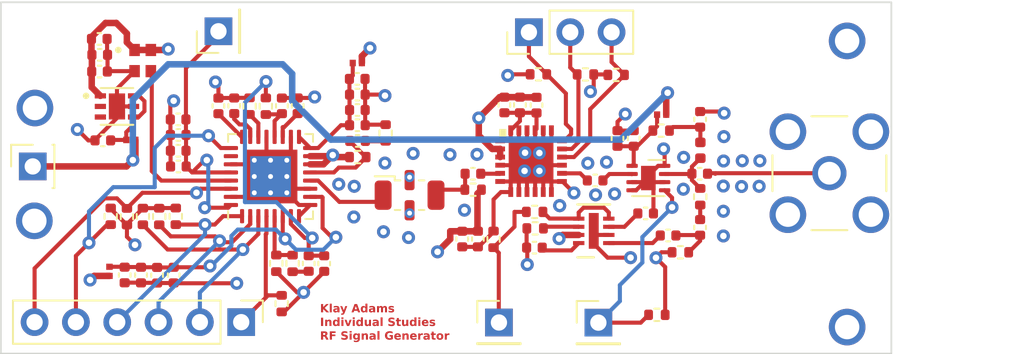
<source format=kicad_pcb>
(kicad_pcb (version 20221018) (generator pcbnew)
  (layers (0 "F.Cu" signal) (1 "In1.Cu" power) (2 "In2.Cu" power) (31 "B.Cu" signal) (34 "B.Paste" user) (35 "F.Paste" user) (36 "B.SilkS" user "B.Silkscreen") (37 "F.SilkS" user "F.Silkscreen") (38 "B.Mask" user) (39 "F.Mask" user) (44 "Edge.Cuts" user))
  (net 0 "")
  (net 1 "Net-(U1-CLPF)")
  (net 2 "GND")
  (net 3 "PWR_DETECT")
  (net 4 "Net-(U1-INHI)")
  (net 5 "Net-(U1-INLO)")
  (net 6 "3V3")
  (net 7 "Net-(U2-NOISE_FILT)")
  (net 8 "Net-(U2-REG)")
  (net 9 "Net-(U2-BIAS_FILT)")
  (net 10 "Net-(C10-Pad1)")
  (net 11 "CP_OUT")
  (net 12 "TUNE")
  (net 13 "Net-(U5-EN)")
  (net 15 "MCU3V3")
  (net 17 "VCC_RF")
  (net 18 "VCC_CP")
  (net 19 "FILTOUT")
  (net 20 "Net-(IC1-RFIN)")
  (net 21 "Net-(U4-VCC)")
  (net 22 "Net-(C34-Pad1)")
  (net 23 "Net-(C36-Pad1)")
  (net 24 "Net-(J1-In)")
  (net 25 "Net-(U4-RFOUT)")
  (net 26 "Net-(IC1-RFOUT)")
  (net 27 "ATTENOUT")
  (net 28 "Net-(C40-Pad1)")
  (net 29 "RFOUTA_NEG")
  (net 30 "RFOUTA_POS")
  (net 31 "SIGNAL_PWR")
  (net 32 "AMP_PWRDWN")
  (net 33 "ATTENDATA")
  (net 34 "ATTENCLK")
  (net 35 "ATTENLE")
  (net 36 "MAXLE")
  (net 37 "MAXMUX")
  (net 38 "MAXLD")
  (net 39 "MAXDATA")
  (net 40 "MAXCLK")
  (net 41 "5V")
  (net 42 "Net-(U2-RSET)")
  (net 43 "MAXCE")
  (net 44 "SW")
  (net 45 "Net-(U1-VOUT)")
  (net 46 "Net-(U1-TADJ)")
  (net 47 "RFOUT_EN")
  (net 48 "MAXCLKREF")
  (footprint "Capacitor_SMD:C_0402_1005Metric" (layer "F.Cu") (at 160.566751 83.836556 -90)
    (fp_text reference "C8" hide)
    (fp_text value "1u" hide)
  )
  (footprint "Connector_PinHeader_2.54mm:PinHeader_1x03_P2.54mm_Vertical" (layer "F.Cu") (at 179.651368 79.307068 90)
    (fp_text reference "J6" hide)
    (fp_text value "Conn_01x03_Socket" hide)
  )
  (footprint "Connector_PinHeader_2.54mm:PinHeader_1x01_P2.54mm_Vertical" (layer "F.Cu") (at 183.920628 97.160141)
    (fp_text reference "J7" hide)
    (fp_text value "Conn_01x01_Socket" hide)
  )
  (footprint "Package_DFN_QFN:DFN-8-1EP_2x2mm_P0.5mm_EP0.9x1.5mm" (layer "F.Cu") (at 186.992619 88.272074)
    (fp_text reference "U4" hide)
    (fp_text value "TRF37A75" hide)
  )
  (footprint "Resistor_SMD:R_0402_1005Metric" (layer "F.Cu") (at 177.477321 92.04003 90)
    (fp_text reference "R23" hide)
    (fp_text value "10K" hide)
  )
  (footprint "Resistor_SMD:R_0402_1005Metric" (layer "F.Cu") (at 176.222609 88.987254 180)
    (fp_text reference "R12" hide)
    (fp_text value "50" hide)
  )
  (footprint "Resistor_SMD:R_0402_1005Metric" (layer "F.Cu") (at 190.180441 89.420233 -90)
    (fp_text reference "R1" hide)
    (fp_text value "500R" hide)
  )
  (footprint "Resistor_SMD:R_0402_1005Metric" (layer "F.Cu") (at 180.033768 91.364479 180)
    (fp_text reference "R7" hide)
    (fp_text value "18K" hide)
  )
  (footprint "Resistor_SMD:R_0402_1005Metric" (layer "F.Cu") (at 157.945994 90.624774 90)
    (fp_text reference "R10" hide)
    (fp_text value "10K" hide)
  )
  (footprint "Capacitor_SMD:C_0402_1005Metric" (layer "F.Cu") (at 153.258387 81.726012)
    (fp_text reference "C41" hide)
    (fp_text value "1u" hide)
  )
  (footprint "Capacitor_SMD:C_0402_1005Metric" (layer "F.Cu") (at 175.553835 92.021026 90)
    (fp_text reference "C4" hide)
    (fp_text value "100n" hide)
  )
  (footprint "Resistor_SMD:R_0402_1005Metric" (layer "F.Cu") (at 185.0137 81.93183 180)
    (fp_text reference "R19" hide)
    (fp_text value "10K" hide)
  )
  (footprint "Capacitor_SMD:C_0402_1005Metric" (layer "F.Cu") (at 166.114916 93.522309 90)
    (fp_text reference "C10" hide)
    (fp_text value "100n" hide)
  )
  (footprint "Capacitor_SMD:C_0402_1005Metric" (layer "F.Cu") (at 158.089515 84.668103)
    (fp_text reference "C15" hide)
    (fp_text value "10n" hide)
  )
  (footprint "" (layer "F.Cu") (at 199.209993 79.842751)
    (fp_text reference "")
    (fp_text value "")
  )
  (footprint "Capacitor_SMD:C_0402_1005Metric" (layer "F.Cu") (at 169.107317 84.08939)
    (fp_text reference "C22" hide)
    (fp_text value "100p" hide)
  )
  (footprint "Capacitor_SMD:C_0402_1005Metric" (layer "F.Cu") (at 169.11913 85.989499 180)
    (fp_text reference "C40" hide)
    (fp_text value "1n")
  )
  (footprint "Capacitor_SMD:C_0402_1005Metric" (layer "F.Cu") (at 190.173238 91.304995 -90)
    (fp_text reference "C34" hide)
    (fp_text value "1n" hide)
  )
  (footprint "Capacitor_SMD:C_0402_1005Metric" (layer "F.Cu") (at 157.815815 94.236393 -90)
    (fp_text reference "C27" hide)
    (fp_text value "10n" hide)
  )
  (footprint "Capacitor_SMD:C_0402_1005Metric" (layer "F.Cu") (at 169.107317 85.024893)
    (fp_text reference "C21" hide)
    (fp_text value "10n" hide)
  )
  (footprint "Capacitor_SMD:C_0402_1005Metric" (layer "F.Cu") (at 188.205349 91.80244 180)
    (fp_text reference "C2" hide)
    (fp_text value "47n" hide)
  )
  (footprint "Resistor_SMD:R_0402_1005Metric" (layer "F.Cu") (at 187.51603 96.679428)
    (fp_text reference "R22" hide)
    (fp_text value "10K" hide)
  )
  (footprint "ASA-19.200MHZ-L-T:XTAL_ASA-19.200MHZ-L-T" (layer "F.Cu") (at 155.912333 81.049496)
    (fp_text reference "Y1" hide)
    (fp_text value "ASA-19.200MHZ-L-T" hide)
  )
  (footprint "Resistor_SMD:R_0402_1005Metric" (layer "F.Cu") (at 162.47919 83.851329 -90)
    (fp_text reference "R3" hide)
    (fp_text value "5.1K" hide)
  )
  (footprint "BLM03HD331SZ1D:BEADC0603X33N" (layer "F.Cu") (at 169.104281 81.199815 180)
    (fp_text reference "FB2" hide)
    (fp_text value "600R" hide)
  )
  (footprint "" (layer "F.Cu") (at 149.288016 83.96664)
    (fp_text reference "")
    (fp_text value "")
  )
  (footprint "Resistor_SMD:R_0402_1005Metric" (layer "F.Cu") (at 165.124941 93.518636 -90)
    (fp_text reference "R8" hide)
    (fp_text value "30.1" hide)
  )
  (footprint "Capacitor_SMD:C_0402_1005Metric" (layer "F.Cu") (at 179.098184 83.779225 90)
    (fp_text reference "C32" hide)
    (fp_text value "100N" hide)
  )
  (footprint "Connector_PinHeader_2.54mm:PinHeader_1x06_P2.54mm_Vertical" (layer "F.Cu") (at 161.96677 97.128698 -90)
    (fp_text reference "J5" hide)
    (fp_text value "Conn_01x06_Socket" hide)
  )
  (footprint "Capacitor_SMD:C_0402_1005Metric" (layer "F.Cu") (at 153.243763 79.718489 180)
    (fp_text reference "C6" hide)
    (fp_text value "100n" hide)
  )
  (footprint "CONSMA002-G:LINX_CONSMA002-G" (layer "F.Cu") (at 198.12 87.973684 90)
    (fp_text reference "J1" hide)
    (fp_text value "SMA" hide)
  )
  (footprint "Resistor_SMD:R_0402_1005Metric" (layer "F.Cu") (at 169.134489 86.983298)
    (fp_text reference "R15" hide)
    (fp_text value "50" hide)
  )
  (footprint "Capacitor_SMD:C_0402_1005Metric" (layer "F.Cu") (at 190.149787 88.004704 180)
    (fp_text reference "C37" hide)
    (fp_text value "1n" hide)
  )
  (footprint "Capacitor_SMD:C_0402_1005Metric" (layer "F.Cu") (at 185.096396 85.83796 90)
    (fp_text reference "C35" hide)
    (fp_text value "10n" hide)
  )
  (footprint "Capacitor_SMD:C_0402_1005Metric" (layer "F.Cu") (at 153.270322 80.696979)
    (fp_text reference "C39" hide)
    (fp_text value "100p" hide)
  )
  (footprint "Resistor_SMD:R_0402_1005Metric" (layer "F.Cu") (at 170.843317 85.499823 90)
    (fp_text reference "R14" hide)
    (fp_text value "50" hide)
  )
  (footprint "Capacitor_SMD:C_0402_1005Metric" (layer "F.Cu") (at 180.118321 83.789931 90)
    (fp_text reference "C29" hide)
    (fp_text value "100p" hide)
  )
  (footprint "Capacitor_SMD:C_0402_1005Metric" (layer "F.Cu") (at 161.53896 83.83016 -90)
    (fp_text reference "C9" hide)
    (fp_text value "1u" hide)
  )
  (footprint "LP5912-3.3DRVR:SON65P200X200X80-7N" (layer "F.Cu") (at 154.330209 83.870311)
    (fp_text reference "U5" hide)
    (fp_text value "LP5912-3.3DRVR" hide)
  )
  (footprint "Resistor_SMD:R_0402_1005Metric" (layer "F.Cu") (at 156.928744 90.634651 90)
    (fp_text reference "R11" hide)
    (fp_text value "10K" hide)
  )
  (footprint "Resistor_SMD:R_0402_1005Metric" (layer "F.Cu") (at 187.780097 85.354095)
    (fp_text reference "R2" hide)
    (fp_text value "1R8" hide)
  )
  (footprint "BLM03HD331SZ1D:BEADC0603X33N" (layer "F.Cu") (at 153.869076 94.006506 90)
    (fp_text reference "FB3" hide)
    (fp_text value "600R" hide)
  )
  (footprint "Capacitor_SMD:C_0402_1005Metric" (layer "F.Cu") (at 176.513667 92.020769 90)
    (fp_text reference "C5" hide)
    (fp_text value "100p" hide)
  )
  (footprint "Resistor_SMD:R_0402_1005Metric" (layer "F.Cu") (at 164.454753 95.990247 -90)
    (fp_text reference "R4" hide)
    (fp_text value "10K" hide)
  )
  (footprint "Capacitor_SMD:C_0402_1005Metric" (layer "F.Cu") (at 167.068896 93.52713 -90)
    (fp_text reference "C11" hide)
    (fp_text value "12n" hide)
  )
  (footprint "Resistor_SMD:R_0402_1005Metric" (layer "F.Cu") (at 153.946127 90.624774 90)
    (fp_text reference "R16" hide)
    (fp_text value "10K" hide)
  )
  (footprint "Connector_PinSocket_2.54mm:PinSocket_1x01_P2.54mm_Vertical" (layer "F.Cu") (at 149.154437 87.556972 90)
    (fp_text reference "J4" hide)
    (fp_text value "Conn_01x01_Socket" hide)
  )
  (footprint "" (layer "F.Cu") (at 199.209993 97.431249)
    (fp_text reference "")
    (fp_text value "")
  )
  (footprint "Filter:Filter_Mini-Circuits_FV1206" (layer "F.Cu") (at 172.315169 89.324699)
    (fp_text reference "FL1" hide)
    (fp_text value "LFCN-1500" hide)
  )
  (footprint "Capacitor_SMD:C_0402_1005Metric" (layer "F.Cu") (at 156.797835 94.243955 -90)
    (fp_text reference "C24" hide)
    (fp_text value "100p" hide)
  )
  (footprint "Resistor_SMD:R_0402_1005Metric" (layer "F.Cu") (at 183.12378 81.902201)
    (fp_text reference "R20" hide)
    (fp_text value "10K" hide)
  )
  (footprint "Resistor_SMD:R_0402_1005Metric" (layer "F.Cu") (at 154.943624 90.647276 -90)
    (fp_text reference "R17" hide)
    (fp_text value "10K" hide)
  )
  (footprint "Resistor_SMD:R_0402_1005Metric" (layer "F.Cu") (at 188.960833 92.834509 180)
    (fp_text reference "R13" hide)
    (fp_text value "52.3" hide)
  )
  (footprint "Package_DFN_QFN:QFN-32-1EP_5x5mm_P0.5mm_EP3.3x3.3mm_ThermalVias" (layer "F.Cu") (at 163.770367 88.1775 90)
    (fp_text reference "U2" hide)
    (fp_text value "MAX2871ETJ+T" hide)
  )
  (footprint "Capacitor_SMD:C_0402_1005Metric" (layer "F.Cu") (at 158.096493 85.621124 180)
    (fp_text reference "C18" hide)
    (fp_text value "100p" hide)
  )
  (footprint "Resistor_SMD:R_0402_1005Metric" (layer "F.Cu") (at 180.236299 81.894138 180)
    (fp_text reference "R21" hide)
    (fp_text value "10K" hide)
  )
  (footprint "Capacitor_SMD:C_0402_1005Metric" (layer "F.Cu") (at 190.176531 84.662759 90)
    (fp_text reference "C36" hide)
    (fp_text value "10p" hide)
  )
  (footprint "Capacitor_SMD:C_0402_1005Metric" (layer "F.Cu") (at 154.804079 94.230134 -90)
    (fp_text reference "C28" hide)
    (fp_text value "100p" hide)
  )
  (footprint "Capacitor_SMD:C_0402_1005Metric" (layer "F.Cu") (at 169.098605 82.176939)
    (fp_text reference "C26" hide)
    (fp_text value "100p" hide)
  )
  (footprint "Capacitor_SMD:C_0402_1005Metric" (layer "F.Cu") (at 158.094048 86.593329 180)
    (fp_text reference "C16" hide)
    (fp_text value "100p" hide)
  )
  (footprint "Resistor_SMD:R_0402_1005Metric" (layer "F.Cu") (at 164.123069 93.513315 -90)
    (fp_text reference "R5" hide)
    (fp_text value "90.9" hide)
  )
  (footprint "Resistor_SMD:R_0402_1005Metric" (layer "F.Cu") (at 180.003442 90.3518 180)
    (fp_text reference "R6" hide)
    (fp_text value "1K" hide)
  )
  (footprint "Capacitor_SMD:C_0402_1005Metric" (layer "F.Cu") (at 186.825151 90.446643)
    (fp_text reference "C1" hide)
    (fp_text value "8.2p" hide)
  )
  (footprint "BLM03HD331SZ1D:BEADC0603X33N" (layer "F.Cu") (at 155.184339 85.928262 180)
    (fp_text reference "FB5" hide)
    (fp_text value "600R" hide)
  )
  (footprint "Inductor_SMD:L_0402_1005Metric" (layer "F.Cu") (at 190.18944 86.565442 -90)
    (fp_text reference "L1" hide)
    (fp_text value "100n" hide)
  )
  (footprint "Capacitor_SMD:C_0402_1005Metric" (layer "F.Cu") (at 176.209223 88.006085)
    (fp_text reference "C30" hide)
    (fp_text value "1n")
  )
  (footprint "Package_DFN_QFN:DFN-8-1EP_2x3mm_P0.5mm_EP0.61x2.2mm" (layer "F.Cu") (at 183.63679 91.518719 180)
    (fp_text reference "U1" hide)
    (fp_text value "AD8319" hide)
  )
  (footprint "Resistor_SMD:R_0402_1005Metric" (layer "F.Cu") (at 155.923182 90.631358 90)
    (fp_text reference "R18" hide)
    (fp_text value "10K" hide)
  )
  (footprint "Resistor_SMD:R_0402_1005Metric" (layer "F.Cu") (at 163.481281 83.857824 90)
    (fp_text reference "R9" hide)
    (fp_text value "240" hide)
  )
  (footprint "Capacitor_SMD:C_0402_1005Metric" (layer "F.Cu") (at 186.092721 85.835965 -90)
    (fp_text reference "C31" hide)
    (fp_text value "10n" hide)
  )
  (footprint "Capacitor_SMD:C_0402_1005Metric" (layer "F.Cu") (at 155.808453 94.234687 -90)
    (fp_text reference "C23" hide)
    (fp_text value "10n" hide)
  )
  (footprint "Connector_PinHeader_2.54mm:PinHeader_1x01_P2.54mm_Vertical" (layer "F.Cu") (at 160.568786 79.249125 90)
    (fp_text reference "J3" hide)
    (fp_text value "Conn_01x01_Socket" hide)
  )
  (footprint "BLM03HD331SZ1D:BEADC0603X33N" (layer "F.Cu") (at 187.810044 84.373068 180)
    (fp_text reference "FB4" hide)
    (fp_text value "600R" hide)
  )
  (footprint "Connector_PinHeader_2.54mm:PinHeader_1x01_P2.54mm_Vertical" (layer "F.Cu") (at 177.808719 97.150921)
    (fp_text reference "J8" hide)
    (fp_text value "Conn_01x01_Socket" hide)
  )
  (footprint "Capacitor_SMD:C_0402_1005Metric" (layer "F.Cu") (at 164.467784 83.833743 90)
    (fp_text reference "C12" hide)
    (fp_text value "830p" hide)
  )
  (footprint "Capacitor_SMD:C_0402_1005Metric" (layer "F.Cu") (at 158.104926 87.561466 180)
    (fp_text reference "C17" hide)
    (fp_text value "10n" hide)
  )
  (footprint "Capacitor_SMD:C_0402_1005Metric" (layer "F.Cu") (at 178.144168 83.780486 -90)
    (fp_text reference "C33" hide)
    (fp_text value "100P" hide)
  )
  (footprint "Capacitor_SMD:C_0402_1005Metric" (layer "F.Cu") (at 153.462205 85.957044 180)
    (fp_text reference "C20" hide)
    (fp_text value "1u" hide)
  )
  (footprint "" (layer "F.Cu") (at 149.252267 90.901942)
    (fp_text reference "")
    (fp_text value "")
  )
  (footprint "PE43711:VQFN24-4X4" (layer "F.Cu") (at 179.783025 87.232574)
    (fp_text reference "IC1" hide)
    (fp_text value "PE43711" hide)
  )
  (footprint "Capacitor_SMD:C_0402_1005Metric" (layer "F.Cu") (at 179.989467 92.549045)
    (fp_text reference "C3" hide)
    (fp_text value "47n" hide)
  )
  (footprint "Capacitor_SMD:C_0402_1005Metric" (layer "F.Cu") (at 165.436723 83.827905 -90)
    (fp_text reference "C7" hide)
    (fp_text value "1u" hide)
  )
  (footprint "Capacitor_SMD:C_0402_1005Metric" (layer "F.Cu") (at 169.104619 83.143008)
    (fp_text reference "C25" hide)
    (fp_text value "10n" hide)
  )
  (footprint "Capacitor_SMD:C_0402_1005Metric" (layer "F.Cu") (at 183.72153 88.419001)
    (fp_text reference "C38" hide)
    (fp_text value "1n" hide)
  )
  (gr_rect (start 147.190925 77.47) (end 201.93 99.06) (stroke (width 0.1)) (fill none) (layer "Edge.Cuts"))
  (gr_text "Klay Adams\nIndividual Studies\nRF Signal Generator" (at 166.8092 98.290226) (layer "F.Cu") (effects (font (size 0.5 0.5) (thickness 0.125) bold) (justify left bottom)))
  (via (at 181.541728 89.968151) (size 0.8) (drill 0.4) (layers "F.Cu" "B.Cu") (net 0))
  (via (at 181.541728 89.968151) (size 0.8) (drill 0.4) (layers "F.Cu" "B.Cu") (net 0))
  (segment (start 185.523075 91.268719) (end 186.345151 90.446643) (width 0.25) (layer "F.Cu") (net 1))
  (segment (start 184.56179 91.268719) (end 185.523075 91.268719) (width 0.25) (layer "F.Cu") (net 1))
  (segment (start 155.807943 94.713077) (end 156.786957 94.713077) (width 0.25) (layer "F.Cu") (net 2))
  (segment (start 179.533025 85.332574) (end 179.533025 86.982574) (width 0.25) (layer "F.Cu") (net 2))
  (segment (start 156.786957 94.713077) (end 156.797835 94.723955) (width 0.25) (layer "F.Cu") (net 2))
  (segment (start 191.550302 84.182759) (end 191.650553 84.28301) (width 0.25) (layer "F.Cu") (net 2))
  (segment (start 179.182415 87.833184) (end 179.383189 87.833184) (width 0.25) (layer "F.Cu") (net 2))
  (segment (start 176.513667 92.500769) (end 176.556044 92.500769) (width 0.25) (layer "F.Cu") (net 2))
  (segment (start 181.033025 89.132574) (end 181.033025 88.482574) (width 0.25) (layer "F.Cu") (net 2))
  (segment (start 179.550044 92.589622) (end 179.509467 92.549045) (width 0.25) (layer "F.Cu") (net 2))
  (segment (start 186.092721 85.355965) (end 185.098391 85.355965) (width 0.25) (layer "F.Cu") (net 2))
  (segment (start 179.509467 92.549045) (end 179.509467 91.37878) (width 0.25) (layer "F.Cu") (net 2))
  (segment (start 154.943624 91.157276) (end 154.943624 91.880647) (width 0.25) (layer "F.Cu") (net 2))
  (segment (start 185.992619 89.022074) (end 186.242619 89.022074) (width 0.25) (layer "F.Cu") (net 2))
  (segment (start 178.533025 85.982574) (end 179.267356 86.716905) (width 0.25) (layer "F.Cu") (net 2))
  (segment (start 165.020367 88.9275) (end 164.770367 89.1775) (width 0.25) (layer "F.Cu") (net 2))
  (segment (start 178.144168 84.260486) (end 179.096923 84.260486) (width 0.25) (layer "F.Cu") (net 2))
  (segment (start 180.283507 86.732092) (end 179.783025 87.232574) (width 0.25) (layer "F.Cu") (net 2))
  (segment (start 181.033025 88.482574) (end 179.783025 87.232574) (width 0.25) (layer "F.Cu") (net 2))
  (segment (start 164.473622 83.347905) (end 164.467784 83.353743) (width 0.25) (layer "F.Cu") (net 2))
  (segment (start 179.098184 84.259225) (end 180.107615 84.259225) (width 0.25) (layer "F.Cu") (net 2))
  (segment (start 166.207867 88.9275) (end 165.020367 88.9275) (width 0.25) (layer "F.Cu") (net 2))
  (segment (start 169.584619 83.143008) (end 170.740657 83.143008) (width 0.25) (layer "F.Cu") (net 2))
  (segment (start 167.068896 94.00713) (end 167.068896 94.030083) (width 0.25) (layer "F.Cu") (net 2))
  (segment (start 169.622387 84.989823) (end 169.587317 85.024893) (width 0.25) (layer "F.Cu") (net 2))
  (segment (start 187.992619 86.541862) (end 187.930151 86.479394) (width 0.25) (layer "F.Cu") (net 2))
  (segment (start 165.520367 90.615) (end 166.207867 89.9275) (width 0.25) (layer "F.Cu") (net 2))
  (segment (start 180.533025 87.982574) (end 180.383635 87.833184) (width 0.25) (layer "F.Cu") (net 2))
  (segment (start 187.992619 88.522074) (end 187.242619 88.522074) (width 0.25) (layer "F.Cu") (net 2))
  (segment (start 152.982205 85.931194) (end 154.330209 84.58319) (width 0.25) (layer "F.Cu") (net 2))
  (segment (start 185.096396 84.815936) (end 185.573506 84.338826) (width 0.25) (layer "F.Cu") (net 2))
  (segment (start 190.020464 84.338826) (end 190.176531 84.182759) (width 0.25) (layer "F.Cu") (net 2))
  (segment (start 179.033025 86.482574) (end 179.783025 87.232574) (width 0.25) (layer "F.Cu") (net 2))
  (segment (start 165.020367 85.74) (end 165.020367 86.9275) (width 0.25) (layer "F.Cu") (net 2))
  (segment (start 187.305151 90.446643) (end 187.305151 88.584606) (width 0.25) (layer "F.Cu") (net 2))
  (segment (start 186.992619 88.124066) (end 186.992619 88.272074) (width 0.25) (layer "F.Cu") (net 2))
  (segment (start 181.033025 85.982574) (end 179.783025 87.232574) (width 0.25) (layer "F.Cu") (net 2))
  (segment (start 154.943624 91.880647) (end 155.438998 92.376021) (width 0.25) (layer "F.Cu") (net 2))
  (segment (start 190.176531 84.182759) (end 190.011767 84.347523) (width 0.25) (layer "F.Cu") (net 2))
  (segment (start 179.267356 86.716905) (end 179.413564 86.716905) (width 0.25) (layer "F.Cu") (net 2))
  (segment (start 179.726299 81.894138) (end 178.420721 81.894138) (width 0.25) (layer "F.Cu") (net 2))
  (segment (start 183.63679 92.313719) (end 184.489281 93.16621) (width 0.25) (layer "F.Cu") (net 2))
  (segment (start 157.753143 94.723955) (end 157.757067 94.727879) (width 0.25) (layer "F.Cu") (net 2))
  (segment (start 157.945994 90.114774) (end 156.938621 90.114774) (width 0.25) (layer "F.Cu") (net 2))
  (segment (start 155.923182 90.128256) (end 155.923182 90.121358) (width 0.25) (layer "F.Cu") (net 2))
  (segment (start 181.71636 88.482574) (end 182.419479 89.185693) (width 0.25) (layer "F.Cu") (net 2))
  (segment (start 153.750322 80.696979) (end 153.750322 81.714077) (width 0.25) (layer "F.Cu") (net 2))
  (segment (start 160.566751 83.356556) (end 160.566751 82.549512) (width 0.25) (layer "F.Cu") (net 2))
  (segment (start 161.332867 87.4275) (end 162.520367 87.4275) (width 0.25) (layer "F.Cu") (net 2))
  (segment (start 155.412333 81.699496) (end 153.764903 81.699496) (width 0.25) (layer "F.Cu") (net 2))
  (segment (start 179.383189 87.63241) (end 179.783025 87.232574) (width 0.25) (layer "F.Cu") (net 2))
  (segment (start 154.943624 91.107814) (end 155.923182 90.128256) (width 0.25) (layer "F.Cu") (net 2))
  (segment (start 185.098391 85.355965) (end 185.096396 85.35796) (width 0.25) (layer "F.Cu") (net 2))
  (segment (start 184.56179 91.768719) (end 183.88679 91.768719) (width 0.25) (layer "F.Cu") (net 2))
  (segment (start 177.477321 91.579492) (end 177.477321 91.53003) (width 0.25) (layer "F.Cu") (net 2))
  (segment (start 180.294437 87.833184) (end 180.294437 87.743986) (width 0.25) (layer "F.Cu") (net 2))
  (segment (start 165.020367 86.9275) (end 164.770367 87.1775) (width 0.25) (layer "F.Cu") (net 2))
  (segment (start 179.033025 89.132574) (end 179.033025 87.982574) (width 0.25) (layer "F.Cu") (net 2))
  (segment (start 161.547791 83.341329) (end 161.53896 83.35016) (width 0.25) (layer "F.Cu") (net 2))
  (segment (start 187.305151 88.584606) (end 186.992619 88.272074) (width 0.25) (layer "F.Cu") (net 2))
  (segment (start 156.797835 94.723955) (end 157.753143 94.723955) (width 0.25) (layer "F.Cu") (net 2))
  (segment (start 152.567781 85.957044) (end 151.896189 85.285452) (width 0.25) (layer "F.Cu") (net 2))
  (segment (start 156.938621 90.114774) (end 156.928744 90.124651) (width 0.25) (layer "F.Cu") (net 2))
  (segment (start 179.533025 86.982574) (end 179.783025 87.232574) (width 0.25) (layer "F.Cu") (net 2))
  (segment (start 186.742619 88.522074) (end 186.992619 88.272074) (width 0.25) (layer "F.Cu") (net 2))
  (segment (start 152.982205 85.957044) (end 152.982205 85.931194) (width 0.25) (layer "F.Cu") (net 2))
  (segment (start 183.63378 81.902201) (end 184.474071 81.902201) (width 0.25) (layer "F.Cu") (net 2))
  (segment (start 152.982205 85.957044) (end 152.567781 85.957044) (width 0.25) (layer "F.Cu") (net 2))
  (segment (start 191.61829 84.182759) (end 191.721525 84.285994) (width 0.25) (layer "F.Cu") (net 2))
  (segment (start 153.764903 81.699496) (end 153.738387 81.726012) (width 0.25) (layer "F.Cu") (net 2))
  (segment (start 180.033025 86.982574) (end 179.783025 87.232574) (width 0.25) (layer "F.Cu") (net 2))
  (segment (start 179.098184 84.259225) (end 179.098184 84.767415) (width 0.25) (layer "F.Cu") (net 2))
  (segment (start 155.923182 90.121358) (end 156.925451 90.121358) (width 0.25) (layer "F.Cu") (net 2))
  (segment (start 153.750322 81.714077) (end 153.738387 81.726012) (width 0.25) (layer "F.Cu") (net 2))
  (segment (start 178.533025 85.332574) (end 178.533025 85.982574) (width 0.25) (layer "F.Cu") (net 2))
  (segment (start 169.584619 84.086692) (end 169.587317 84.08939) (width 0.25) (layer "F.Cu") (net 2))
  (segment (start 162.47919 83.341329) (end 161.547791 83.341329) (width 0.25) (layer "F.Cu") (net 2))
  (segment (start 186.242619 89.022074) (end 186.992619 88.272074) (width 0.25) (layer "F.Cu") (net 2))
  (segment (start 184.474071 81.902201) (end 184.5037 81.93183) (width 0.25) (layer "F.Cu") (net 2))
  (segment (start 164.454753 96.500247) (end 164.598732 96.500247) (width 0.25) (layer "F.Cu") (net 2))
  (segment (start 180.533025 86.482574) (end 180.294437 86.721162) (width 0.25) (layer "F.Cu") (net 2))
  (segment (start 181.683025 88.482574) (end 181.71636 88.482574) (width 0.25) (layer "F.Cu") (net 2))
  (segment (start 185.992619 88.522074) (end 186.742619 88.522074) (width 0.25) (layer "F.Cu") (net 2))
  (segment (start 164.123069 94.023315) (end 165.397692 95.297938) (width 0.25) (layer "F.Cu") (net 2))
  (segment (start 165.436723 83.347905) (end 164.473622 83.347905) (width 0.25) (layer "F.Cu") (net 2))
  (segment (start 190.176531 84.182759) (end 191.550302 84.182759) (width 0.25) (layer "F.Cu") (net 2))
  (segment (start 154.943624 91.157276) (end 154.943624 91.107814) (width 0.25) (layer "F.Cu") (net 2))
  (segment (start 175.553835 92.501026) (end 176.51341 92.501026) (width 0.25) (layer "F.Cu") (net 2))
  (segment (start 180.118321 84.269931) (end 180.118321 85.247278) (width 0.25) (layer "F.Cu") (net 2))
  (segment (start 179.509467 91.37878) (end 179.523768 91.364479) (width 0.25) (layer "F.Cu") (net 2))
  (segment (start 157.624926 86.604207) (end 157.614048 86.593329) (width 0.25) (layer "F.Cu") (net 2))
  (segment (start 156.925451 90.121358) (end 156.928744 90.124651) (width 0.25) (layer "F.Cu") (net 2))
  (segment (start 157.815815 94.716393) (end 157.838795 94.739373) (width 0.25) (layer "F.Cu") (net 2))
  (segment (start 169.587317 84.08939) (end 169.587317 85.024893) (width 0.25) (layer "F.Cu") (net 2))
  (segment (start 154.822342 94.722802) (end 154.844887 94.700257) (width 0.25) (layer "F.Cu") (net 2))
  (segment (start 157.616493 85.621124) (end 157.616493 84.675081) (width 0.25) (layer "F.Cu") (net 2))
  (segment (start 183.88679 91.768719) (end 183.63679 91.518719) (width 0.25) (layer "F.Cu") (net 2))
  (segment (start 164.598732 96.500247) (end 165.801041 95.297938) (width 0.25) (layer "F.Cu") (net 2))
  (segment (start 163.520367 86.9275) (end 163.770367 87.1775) (width 0.25) (layer "F.Cu") (net 2))
  (segment (start 157.616493 84.675081) (end 157.609515 84.668103) (width 0.25) (layer "F.Cu") (net 2))
  (segment (start 176.556044 92.500769) (end 177.477321 91.579492) (width 0.25) (layer "F.Cu") (net 2))
  (segment (start 181.033025 85.332574) (end 181.033025 85.982574) (width 0.25) (layer "F.Cu") (net 2))
  (segment (start 180.533025 85.332574) (end 180.533025 86.482574) (width 0.25) (layer "F.Cu") (net 2))
  (segment (start 177.933613 89.132574) (end 178.533025 89.132574) (width 0.25) (layer "F.Cu") (net 2))
  (segment (start 177.477321 89.588866) (end 177.933613 89.132574) (width 0.25) (layer "F.Cu") (net 2))
  (segment (start 160.573147 83.35016) (end 160.566751 83.356556) (width 0.25) (layer "F.Cu") (net 2))
  (segment (start 180.533025 89.132574) (end 180.533025 87.982574) (width 0.25) (layer "F.Cu") (net 2))
  (segment (start 180.383635 87.833184) (end 180.294437 87.833184) (width 0.25) (layer "F.Cu") (net 2))
  (segment (start 180.033025 87.482574) (end 179.783025 87.232574) (width 0.25) (layer "F.Cu") (net 2))
  (segment (start 154.330209 84.58319) (end 154.330209 83.870311) (width 0.25) (layer "F.Cu") (net 2))
  (segment (start 176.51341 92.501026) (end 176.513667 92.500769) (width 0.25) (layer "F.Cu") (net 2))
  (segment (start 179.096923 84.260486) (end 179.098184 84.259225) (width 0.25) (layer "F.Cu") (net 2))
  (segment (start 177.883025 85.982574) (end 178.533025 85.982574) (width 0.25) (layer "F.Cu") (net 2))
  (segment (start 155.412333 81.699496) (end 154.330209 82.78162) (width 0.25) (layer "F.Cu") (net 2))
  (segment (start 154.330209 82.78162) (end 154.330209 83.870311) (width 0.25) (layer "F.Cu") (net 2))
  (segment (start 187.242619 88.522074) (end 186.992619 88.272074) (width 0.25) (layer "F.Cu") (net 2))
  (segment (start 179.508482 92.55003) (end 179.509467 92.549045) (width 0.25) (layer "F.Cu") (net 2))
  (segment (start 180.033025 89.132574) (end 180.033025 87.482574) (width 0.25) (layer "F.Cu") (net 2))
  (segment (start 178.533025 89.132574) (end 178.533025 88.482574) (width 0.25) (layer "F.Cu") (net 2))
  (segment (start 166.42421 83.347905) (end 166.481252 83.290863) (width 0.25) (layer "F.Cu") (net 2))
  (segment (start 169.578605 82.176939) (end 169.578605 83.136994) (width 0.25) (layer "F.Cu") (net 2))
  (segment (start 183.63378 81.902201) (end 183.63378 82.756931) (width 0.25) (layer "F.Cu") (net 2))
  (segment (start 188.450833 92.834509) (end 187.798458 92.834509) (width 0.25) (layer "F.Cu") (net 2))
  (segment (start 181.683025 87.482574) (end 180.033025 87.482574) (width 0.25) (layer "F.Cu") (net 2))
  (segment (start 179.098184 84.767415) (end 178.533025 85.332574) (width 0.25) (layer "F.Cu") (net 2))
  (segment (start 157.624926 87.561466) (end 157.624926 86.604207) (width 0.25) (layer "F.Cu") (net 2))
  (segment (start 180.033025 85.332574) (end 180.033025 86.982574) (width 0.25) (layer "F.Cu") (net 2))
  (segment (start 184.489281 93.16621) (end 185.899708 93.16621) (width 0.25) (layer "F.Cu") (net 2))
  (segment (start 161.53896 83.35016) (end 160.573147 83.35016) (width 0.25) (layer "F.Cu") (net 2))
  (segment (start 165.520367 89.9275) (end 164.770367 89.1775) (width 0.25) (layer "F.Cu") (net 2))
  (segment (start 162.520367 89.4275) (end 162.770367 89.1775) (width 0.25) (layer "F.Cu") (net 2))
  (segment (start 178.420721 81.894138) (end 178.351588 81.963271) (width 0.25) (layer "F.Cu") (net 2))
  (segment (start 153.723763 80.67042) (end 153.750322 80.696979) (width 0.25) (layer "F.Cu") (net 2))
  (segment (start 179.533025 89.132574) (end 179.533025 87.482574) (width 0.25) (layer "F.Cu") (net 2))
  (segment (start 187.992619 87.522074) (end 187.992619 86.541862) (width 0.25) (layer "F.Cu") (net 2))
  (segment (start 163.520367 85.74) (end 163.520367 86.9275) (width 0.25) (layer "F.Cu") (net 2))
  (segment (start 169.578605 83.136994) (end 169.584619 83.143008) (width 0.25) (layer "F.Cu") (net 2))
  (segment (start 187.594611 87.522074) (end 186.992619 88.124066) (width 0.25) (layer "F.Cu") (net 2))
  (segment (start 180.107615 84.259225) (end 180.118321 84.269931) (width 0.25) (layer "F.Cu") (net 2))
  (segment (start 162.520367 87.4275) (end 162.770367 87.1775) (width 0.25) (layer "F.Cu") (net 2))
  (segment (start 177.883025 88.482574) (end 178.533025 88.482574) (width 0.25) (layer "F.Cu") (net 2))
  (segment (start 169.584619 83.143008) (end 169.584619 84.086692) (width 0.25) (layer "F.Cu") (net 2))
  (segment (start 188.02603 93.738275) (end 187.460361 93.172606) (width 0.25) (layer "F.Cu") (net 2))
  (segment (start 179.033025 85.332574) (end 179.033025 86.482574) (width 0.25) (layer "F.Cu") (net 2))
  (segment (start 183.63679 91.518719) (end 183.63679 92.313719) (width 0.25) (layer "F.Cu") (net 2))
  (segment (start 180.294437 87.743986) (end 179.783025 87.232574) (width 0.25) (layer "F.Cu") (net 2))
  (segment (start 179.413564 86.863113) (end 179.783025 87.232574) (width 0.25) (layer "F.Cu") (net 2))
  (segment (start 178.533025 88.482574) (end 179.783025 87.232574) (width 0.25) (layer "F.Cu") (net 2))
  (segment (start 155.350209 83.870311) (end 154.330209 83.870311) (width 0.25) (layer "F.Cu") (net 2))
  (segment (start 177.883025 87.482574) (end 179.533025 87.482574) (width 0.25) (layer "F.Cu") (net 2))
  (segment (start 183.63378 82.756931) (end 183.433068 82.957643) (width 0.25) (layer "F.Cu") (net 2))
  (segment (start 179.413564 86.716905) (end 179.413564 86.863113) (width 0.25) (layer "F.Cu") (net 2))
  (segment (start 157.614048 85.623569) (end 157.616493 85.621124) (width 0.25) (layer "F.Cu") (net 2))
  (segment (start 154.844887 94.700257) (end 155.794023 94.700257) (width 0.25) (layer "F.Cu") (net 2))
  (segment (start 170.843317 84.989823) (end 169.622387 84.989823) (width 0.25) (layer "F.Cu") (net 2))
  (segment (start 187.992619 87.522074) (end 187.594611 87.522074) (width 0.25) (layer "F.Cu") (net 2))
  (segment (start 166.207867 89.9275) (end 165.520367 89.9275) (width 0.25) (layer "F.Cu") (net 2))
  (segment (start 153.723763 79.718489) (end 153.723763 80.67042) (width 0.25) (layer "F.Cu") (net 2))
  (segment (start 179.550044 93.588615) (end 179.550044 92.589622) (width 0.25) (layer "F.Cu") (net 2))
  (segment (start 179.383189 87.833184) (end 179.383189 87.63241) (width 0.25) (layer "F.Cu") (net 2))
  (segment (start 157.609515 84.668103) (end 157.609515 83.728953) (width 0.25) (layer "F.Cu") (net 2))
  (segment (start 181.683025 88.482574) (end 181.033025 88.482574) (width 0.25) (layer "F.Cu") (net 2))
  (segment (start 165.397692 95.297938) (end 165.801041 95.297938) (width 0.25) (layer "F.Cu") (net 2))
  (segment (start 170.740657 83.143008) (end 170.803621 83.205972) (width 0.25) (layer "F.Cu") (net 2))
  (segment (start 177.477321 91.53003) (end 177.477321 89.588866) (width 0.25) (layer "F.Cu") (net 2))
  (segment (start 157.614048 86.593329) (end 157.614048 85.623569) (width 0.25) (layer "F.Cu") (net 2))
  (segment (start 157.838795 94.739373) (end 161.689252 94.739373) (width 0.25) (layer "F.Cu") (net 2))
  (segment (start 165.436723 83.347905) (end 166.42421 83.347905) (width 0.25) (layer "F.Cu") (net 2))
  (segment (start 180.294437 86.732092) (end 180.283507 86.732092) (width 0.25) (layer "F.Cu") (net 2))
  (segment (start 188.02603 96.679428) (end 188.02603 93.738275) (width 0.25) (layer "F.Cu") (net 2))
  (segment (start 180.294437 86.721162) (end 180.294437 86.732092) (width 0.25) (layer "F.Cu") (net 2))
  (segment (start 153.946127 90.114774) (end 153.946127 90.159779) (width 0.25) (layer "F.Cu") (net 2))
  (segment (start 185.096396 85.35796) (end 185.096396 84.815936) (width 0.25) (layer "F.Cu") (net 2))
  (segment (start 155.794023 94.700257) (end 155.808453 94.714687) (width 0.25) (layer "F.Cu") (net 2))
  (segment (start 160.566751 82.549512) (end 160.38532 82.368081) (width 0.25) (layer "F.Cu") (net 2))
  (segment (start 187.798458 92.834509) (end 187.460361 93.172606) (width 0.25) (layer "F.Cu") (net 2))
  (segment (start 179.033025 87.982574) (end 179.182415 87.833184) (width 0.25) (layer "F.Cu") (net 2))
  (segment (start 167.068896 94.030083) (end 165.801041 95.297938) (width 0.25) (layer "F.Cu") (net 2))
  (segment (start 153.946127 90.159779) (end 154.943624 91.157276) (width 0.25) (layer "F.Cu") (net 2))
  (segment (start 157.609515 83.728953) (end 157.814755 83.523713) (width 0.25) (layer "F.Cu") (net 2))
  (segment (start 180.118321 85.247278) (end 180.033025 85.332574) (width 0.25) (layer "F.Cu") (net 2))
  (segment (start 161.332867 89.4275) (end 162.520367 89.4275) (width 0.25) (layer "F.Cu") (net 2))
  (segment (start 179.533025 87.482574) (end 179.783025 87.232574) (width 0.25) (layer "F.Cu") (net 2))
  (via (at 179.383189 87.833184) (size 0.8) (drill 0.4) (layers "F.Cu" "B.Cu") (net 2))
  (via (at 172.534164 86.758674) (size 0.8) (drill 0.4) (layers "F.Cu" "B.Cu") (net 2))
  (via (at 193.845678 87.208851) (size 0.8) (drill 0.4) (layers "F.Cu" "B.Cu") (net 2))
  (via (at 183.749871 89.305087) (size 0.8) (drill 0.4) (layers "F.Cu" "B.Cu") (net 2))
  (via (at 187.460361 93.172606) (size 0.8) (drill 0.4) (layers "F.Cu" "B.Cu") (net 2))
  (via (at 191.60064 88.763108) (size 0.8) (drill 0.4) (layers "F.Cu" "B.Cu") (net 2))
  (via (at 161.689252 94.739373) (size 0.8) (drill 0.4) (layers "F.Cu" "B.Cu") (net 2))
  (via (at 178.351588 81.963271) (size 0.8) (drill 0.4) (layers "F.Cu" "B.Cu") (net 2))
  (via (at 184.918229 89.241126) (size 0.8) (drill 0.4) (layers "F.Cu" "B.Cu") (net 2))
  (via (at 185.573506 84.338826) (size 0.8) (drill 0.4) (layers "F.Cu" "B.Cu") (net 2))
  (via (at 193.802504 88.777499) (size 0.8) (drill 0.4) (layers "F.Cu" "B.Cu") (net 2))
  (via (at 183.271923 87.360623) (size 0.8) (drill 0.4) (layers "F.Cu" "B.Cu") (net 2))
  (via (at 179.550044 93.588615) (size 0.8) (drill 0.4) (layers "F.Cu" "B.Cu") (net 2))
  (via (at 191.635366 85.725819) (size 0.8) (drill 0.4) (layers "F.Cu" "B.Cu") (net 2))
  (via (at 151.896189 85.285452) (size 0.8) (drill 0.4) (layers "F.Cu" "B.Cu") (net 2))
  (via (at 191.650553 84.28301) (size 0.8) (drill 0.4) (layers "F.Cu" "B.Cu") (net 2))
  (via (at 170.803621 83.205972) (size 0.8) (drill 0.4) (layers "F.Cu" "B.Cu") (net 2))
  (via (at 160.38532 82.368081) (size 0.8) (drill 0.4) (layers "F.Cu" "B.Cu") (net 2))
  (via (at 189.161728 87.000353) (size 0.8) (drill 0.4) (layers "F.Cu" "B.Cu") (net 2))
  (via (at 191.615032 87.223243) (size 0.8) (drill 0.4) (layers "F.Cu" "B.Cu") (net 2))
  (via (at 180.294437 86.732092) (size 0.8) (drill 0.4) (layers "F.Cu" "B.Cu") (net 2))
  (via (at 187.930151 86.479394) (size 0.8) (drill 0.4) (layers "F.Cu" "B.Cu") (net 2))
  (via (at 174.800756 86.832745) (size 0.8) (drill 0.4) (layers "F.Cu" "B.Cu") (net 2))
  (via (at 185.899708 93.16621) (size 0.8) (drill 0.4) (layers "F.Cu" "B.Cu") (net 2))
  (via (at 191.604991 90.312434) (size 0.8) (drill 0.4) (layers "F.Cu" "B.Cu") (net 2))
  (via (at 184.420689 87.296761) (size 0.8) (drill 0.4) (layers "F.Cu" "B.Cu") (net 2))
  (via (at 167.961724 88.650551) (size 0.8) (drill 0.4) (layers "F.Cu" "B.Cu") (net 2))
  (via (at 179.413564 86.716905) (size 0.8) (drill 0.4) (layers "F.Cu" "B.Cu") (net 2))
  (via (at 172.252692 91.928872) (size 0.8) (drill 0.4) (layers "F.Cu" "B.Cu") (net 2))
  (via (at 182.419479 89.185693) (size 0.8) (drill 0.4) (layers "F.Cu" "B.Cu") (net 2))
  (via (at 168.889161 90.665328) (size 0.8) (drill 0.4) (layers "F.Cu" "B.Cu") (net 2))
  (via (at 180.294437 87.833184) (size 0.8) (drill 0.4) (layers "F.Cu" "B.Cu") (net 2))
  (via (at 175.689615 90.247447) (size 0.8) (drill 0.4) (layers "F.Cu" "B.Cu") (net 2))
  (via (at 189.14254 88.957565) (size 0.8) (drill 0.4) (layers "F.Cu" "B.Cu") (net 2))
  (via (at 155.438998 92.376021) (size 0.8) (drill 0.4) (layers "F.Cu" "B.Cu") (net 2))
  (via (at 165.801041 95.297938) (size 0.8) (drill 0.4) (layers "F.Cu" "B.Cu") (net 2))
  (via (at 157.814755 83.523713) (size 0.8) (drill 0.4) (layers "F.Cu" "B.Cu") (net 2))
  (via (at 168.914746 88.778473) (size 0.8) (drill 0.4) (layers "F.Cu" "B.Cu") (net 2))
  (via (at 183.433068 82.957643) (size 0.8) (drill 0.4) (layers "F.Cu" "B.Cu") (net 2))
  (via (at 176.45996 86.817931) (size 0.8) (drill 0.4) (layers "F.Cu" "B.Cu") (net 2))
  (via (at 170.800888 87.351246) (size 0.8) (drill 0.4) (layers "F.Cu" "B.Cu") (net 2))
  (via (at 191.604991 91.83118) (size 0.8) (drill 0.4) (layers "F.Cu" "B.Cu") (net 2))
  (via (at 170.712002 91.573328) (size 0.8) (drill 0.4) (layers "F.Cu" "B.Cu") (net 2))
  (via (at 166.481252 83.290863) (size 0.8) (drill 0.4) (layers "F.Cu" "B.Cu") (net 2))
  (via (at 192.723159 88.79189) (size 0.8) (drill 0.4) (layers "F.Cu" "B.Cu") (net 2))
  (via (at 192.766333 87.208851) (size 0.8) (drill 0.4) (layers "F.Cu" "B.Cu") (net 2))
  (segment (start 190.173238 92.132104) (end 189.470833 92.834509) (width 0.25) (layer "F.Cu") (net 3))
  (segment (start 190.164541 91.776298) (end 190.173238 91.784995) (width 0.25) (layer "F.Cu") (net 3))
  (segment (start 188.711491 91.776298) (end 190.164541 91.776298) (width 0.25) (layer "F.Cu") (net 3))
  (segment (start 190.173238 91.784995) (end 190.173238 92.132104) (width 0.25) (layer "F.Cu") (net 3))
  (segment (start 188.685349 91.80244) (end 188.711491 91.776298) (width 0.25) (layer "F.Cu") (net 3))
  (segment (start 187.725349 91.80244) (end 187.25907 92.268719) (width 0.25) (layer "F.Cu") (net 4))
  (segment (start 187.25907 92.268719) (end 184.56179 92.268719) (width 0.25) (layer "F.Cu") (net 4))
  (segment (start 180.640137 92.719715) (end 182.260794 92.719715) (width 0.25) (layer "F.Cu") (net 5))
  (segment (start 182.260794 92.719715) (end 182.71179 92.268719) (width 0.25) (layer "F.Cu") (net 5))
  (segment (start 180.469467 92.549045) (end 180.640137 92.719715) (width 0.25) (layer "F.Cu") (net 5))
  (segment (start 152.763763 80.67042) (end 152.790322 80.696979) (width 0.4) (layer "F.Cu") (net 6))
  (segment (start 174.815096 92.02664) (end 174.035088 92.806648) (width 0.4) (layer "F.Cu") (net 6))
  (segment (start 179.10889 83.309931) (end 179.098184 83.299225) (width 0.4) (layer "F.Cu") (net 6))
  (segment (start 166.207867 87.4275) (end 167.023426 87.4275) (width 0.4) (layer "F.Cu") (net 6))
  (segment (start 153.628577 78.74) (end 152.763763 79.604814) (width 0.4) (layer "F.Cu") (net 6))
  (segment (start 177.848702 83.300486) (end 176.569815 84.579373) (width 0.4) (layer "F.Cu") (net 6))
  (segment (start 168.624489 86.983298) (end 167.71643 86.983298) (width 0.4) (layer "F.Cu") (net 6))
  (segment (start 167.023426 87.4275) (end 167.592029 86.858897) (width 0.4) (layer "F.Cu") (net 6))
  (segment (start 177.395219 86.482574) (end 176.569815 85.65717) (width 0.4) (layer "F.Cu") (net 6))
  (segment (start 181.731051 91.768719) (end 182.71179 91.768719) (width 0.4) (layer "F.Cu") (net 6))
  (segment (start 175.553835 91.541026) (end 174.815096 91.541026) (width 0.4) (layer "F.Cu") (net 6))
  (segment (start 169.385281 81.199815) (end 169.385281 80.780934) (width 0.4) (layer "F.Cu") (net 6))
  (segment (start 176.489615 91.516717) (end 176.489615 89.230248) (width 0.4) (layer "F.Cu") (net 6))
  (segment (start 152.763763 79.604814) (end 152.763763 79.718489) (width 0.4) (layer "F.Cu") (net 6))
  (segment (start 156.412333 80.399496) (end 157.427411 80.399496) (width 0.4) (layer "F.Cu") (net 6))
  (segment (start 155.412333 80.399496) (end 156.412333 80.399496) (width 0.4) (layer "F.Cu") (net 6))
  (segment (start 154.289074 78.74) (end 153.628577 78.74) (width 0.4) (layer "F.Cu") (net 6))
  (segment (start 180.118321 83.309931) (end 179.10889 83.309931) (width 0.4) (layer "F.Cu") (net 6))
  (segment (start 177.883025 86.982574) (end 177.883025 86.482574) (width 0.4) (layer "F.Cu") (net 6))
  (segment (start 152.778387 82.688489) (end 152.778387 81.726012) (width 0.4) (layer "F.Cu") (net 6))
  (segment (start 157.427411 80.399496) (end 157.479999 80.346908) (width 0.4) (layer "F.Cu") (net 6))
  (segment (start 169.385281 80.780934) (end 169.883713 80.282502) (width 0.4) (layer "F.Cu") (net 6))
  (segment (start 154.94 79.927163) (end 154.94 79.390926) (width 0.4) (layer "F.Cu") (net 6))
  (segment (start 152.790322 80.696979) (end 152.790322 81.714077) (width 0.4) (layer "F.Cu") (net 6))
  (segment (start 152.927388 94.287506) (end 152.678022 94.536872) (width 0.4) (layer "F.Cu") (net 6))
  (segment (start 152.790322 81.714077) (end 152.778387 81.726012) (width 0.4) (layer "F.Cu") (net 6))
  (segment (start 153.310209 83.220311) (end 152.778387 82.688489) (width 0.4) (layer "F.Cu") (net 6))
  (segment (start 179.098184 83.299225) (end 178.145429 83.299225) (width 0.4) (layer "F.Cu") (net 6))
  (segment (start 155.412333 80.399496) (end 154.94 79.927163) (width 0.4) (layer "F.Cu") (net 6))
  (segment (start 154.94 79.390926) (end 154.289074 78.74) (width 0.4) (layer "F.Cu") (net 6))
  (segment (start 167.71643 86.983298) (end 167.592029 86.858897) (width 0.4) (layer "F.Cu") (net 6))
  (segment (start 152.763763 79.718489) (end 152.763763 80.67042) (width 0.4) (layer "F.Cu") (net 6))
  (segment (start 176.513667 91.540769) (end 175.554092 91.540769) (width 0.4) (layer "F.Cu") (net 6))
  (segment (start 181.505055 91.994715) (end 181.731051 91.768719) (width 0.4) (layer "F.Cu") (net 6))
  (segment (start 166.207867 86.9275) (end 167.523426 86.9275) (width 0.4) (layer "F.Cu") (net 6))
  (segment (start 178.144168 83.300486) (end 177.848702 83.300486) (width 0.4) (layer "F.Cu") (net 6))
  (segment (start 177.883025 86.482574) (end 177.395219 86.482574) (width 0.4) (layer "F.Cu") (net 6))
  (segment (start 178.145429 83.299225) (end 178.144168 83.300486) (width 0.4) (layer "F.Cu") (net 6))
  (segment (start 167.523426 86.9275) (end 167.592029 86.858897) (width 0.4) (layer "F.Cu") (net 6))
  (segment (start 174.815096 91.541026) (end 174.815096 92.02664) (width 0.4) (layer "F.Cu") (net 6))
  (segment (start 168.63913 86.927292) (end 168.65239 86.940552) (width 0.4) (layer "F.Cu") (net 6))
  (segment (start 176.489615 89.230248) (end 176.732609 88.987254) (width 0.4) (layer "F.Cu") (net 6))
  (segment (start 176.513667 91.540769) (end 176.489615 91.516717) (width 0.4) (layer "F.Cu") (net 6))
  (segment (start 176.569815 85.65717) (end 176.569815 84.579373) (width 0.4) (layer "F.Cu") (net 6))
  (segment (start 175.554092 91.540769) (end 175.553835 91.541026) (width 0.4) (layer "F.Cu") (net 6))
  (segment (start 153.869076 94.287506) (end 152.927388 94.287506) (width 0.4) (layer "F.Cu") (net 6))
  (via (at 152.678022 94.536872) (size 0.8) (drill 0.4) (layers "F.Cu" "B.Cu") (net 6))
  (via (at 174.035088 92.806648) (size 0.8) (drill 0.4) (layers "F.Cu" "B.Cu") (net 6))
  (via (at 169.883713 80.282502) (size 0.8) (drill 0.4) (layers "F.Cu" "B.Cu") (net 6))
  (via (at 157.479999 80.346908) (size 0.8) (drill 0.4) (layers "F.Cu" "B.Cu") (net 6))
  (via (at 176.569815 84.579373) (size 0.8) (drill 0.4) (layers "F.Cu" "B.Cu") (net 6))
  (via (at 181.505055 91.994715) (size 0.8) (drill 0.4) (layers "F.Cu" "B.Cu") (net 6))
  (via (at 167.592029 86.858897) (size 0.8) (drill 0.4) (layers "F.Cu" "B.Cu") (net 6))
  (segment (start 164.520367 85.74) (end 164.520367 85.143508) (width 0.25) (layer "F.Cu") (net 7))
  (segment (start 165.436723 84.312413) (end 165.436723 84.307905) (width 0.25) (layer "F.Cu") (net 7))
  (segment (start 164.605628 85.143508) (end 165.436723 84.312413) (width 0.25) (layer "F.Cu") (net 7))
  (segment (start 164.520367 85.143508) (end 164.605628 85.143508) (width 0.25) (layer "F.Cu") (net 7))
  (segment (start 160.566751 84.316556) (end 161.990195 85.74) (width 0.25) (layer "F.Cu") (net 8))
  (segment (start 161.990195 85.74) (end 162.020367 85.74) (width 0.25) (layer "F.Cu") (net 8))
  (segment (start 162.520367 85.254492) (end 162.520367 85.74) (width 0.25) (layer "F.Cu") (net 9))
  (segment (start 161.53896 84.31016) (end 161.53896 84.652369) (width 0.25) (layer "F.Cu") (net 9))
  (segment (start 161.53896 84.652369) (end 161.864091 84.9775) (width 0.25) (layer "F.Cu") (net 9))
  (segment (start 162.243375 84.9775) (end 162.520367 85.254492) (width 0.25) (layer "F.Cu") (net 9))
  (segment (start 161.864091 84.9775) (end 162.243375 84.9775) (width 0.25) (layer "F.Cu") (net 9))
  (segment (start 166.088589 94.028636) (end 166.114916 94.002309) (width 0.25) (layer "F.Cu") (net 10))
  (segment (start 165.124941 94.028636) (end 166.088589 94.028636) (width 0.25) (layer "F.Cu") (net 10))
  (segment (start 163.481281 83.347824) (end 163.481281 82.353233) (width 0.25) (layer "F.Cu") (net 11))
  (segment (start 166.114916 93.042309) (end 166.114916 92.169881) (width 0.25) (layer "F.Cu") (net 11))
  (segment (start 167.064075 93.042309) (end 167.068896 93.04713) (width 0.25) (layer "F.Cu") (net 11))
  (segment (start 163.481281 82.353233) (end 163.491974 82.34254) (width 0.25) (layer "F.Cu") (net 11))
  (segment (start 165.020367 90.615) (end 165.020367 91.100508) (width 0.25) (layer "F.Cu") (net 11))
  (segment (start 165.020367 91.100508) (end 165.873422 91.953563) (width 0.25) (layer "F.Cu") (net 11))
  (segment (start 165.873422 91.953563) (end 166.331234 91.953563) (width 0.25) (layer "F.Cu") (net 11))
  (segment (start 166.114916 93.042309) (end 167.064075 93.042309) (width 0.25) (layer "F.Cu") (net 11))
  (segment (start 166.114916 92.169881) (end 166.331234 91.953563) (width 0.25) (layer "F.Cu") (net 11))
  (via (at 166.331234 91.953563) (size 0.8) (drill 0.4) (layers "F.Cu" "B.Cu") (net 11))
  (via (at 163.491974 82.34254) (size 0.8) (drill 0.4) (layers "F.Cu" "B.Cu") (net 11))
  (segment (start 162.195367 83.639147) (end 163.491974 82.34254) (width 0.25) (layer "B.Cu") (net 11))
  (segment (start 166.331234 91.953563) (end 164.130171 89.7525) (width 0.25) (layer "B.Cu") (net 11))
  (segment (start 162.195367 89.7525) (end 162.195367 83.639147) (width 0.25) (layer "B.Cu") (net 11))
  (segment (start 164.130171 89.7525) (end 162.195367 89.7525) (width 0.25) (layer "B.Cu") (net 11))
  (segment (start 163.493097 84.356008) (end 163.481281 84.367824) (width 0.25) (layer "F.Cu") (net 12))
  (segment (start 164.467784 84.356008) (end 163.493097 84.356008) (width 0.25) (layer "F.Cu") (net 12))
  (segment (start 164.020367 84.76116) (end 164.020367 85.74) (width 0.25) (layer "F.Cu") (net 12))
  (segment (start 164.467784 84.313743) (end 164.020367 84.76116) (width 0.25) (layer "F.Cu") (net 12))
  (segment (start 153.970987 85.928262) (end 153.942205 85.957044) (width 0.25) (layer "F.Cu") (net 13))
  (segment (start 154.903339 85.928262) (end 153.970987 85.928262) (width 0.25) (layer "F.Cu") (net 13))
  (segment (start 154.903339 85.450262) (end 154.903339 85.928262) (width 0.25) (layer "F.Cu") (net 13))
  (segment (start 155.350209 85.003392) (end 154.903339 85.450262) (width 0.25) (layer "F.Cu") (net 13))
  (segment (start 156.020209 84.157432) (end 156.020209 83.546391) (width 0.25) (layer "F.Cu") (net 13))
  (segment (start 155.350209 84.520311) (end 155.65733 84.520311) (width 0.25) (layer "F.Cu") (net 13))
  (segment (start 155.65733 84.520311) (end 156.020209 84.157432) (width 0.25) (layer "F.Cu") (net 13))
  (segment (start 155.350209 84.520311) (end 155.350209 85.003392) (width 0.25) (layer "F.Cu") (net 13))
  (segment (start 156.020209 83.546391) (end 155.694129 83.220311) (width 0.25) (layer "F.Cu") (net 13))
  (segment (start 155.694129 83.220311) (end 155.350209 83.220311) (width 0.25) (layer "F.Cu") (net 13))
  (segment (start 161.16512 90.095247) (end 161.332867 89.9275) (width 0.25) (layer "F.Cu") (net 15))
  (segment (start 158.569515 85.614146) (end 158.576493 85.621124) (width 0.25) (layer "F.Cu") (net 15))
  (segment (start 159.708462 87.169998) (end 158.95096 87.9275) (width 0.25) (layer "F.Cu") (net 15))
  (segment (start 158.95096 87.9275) (end 158.584926 87.561466) (width 0.25) (layer "F.Cu") (net 15))
  (segment (start 158.569515 81.513897) (end 160.586236 79.497176) (width 0.25) (layer "F.Cu") (net 15))
  (segment (start 159.723 90.095247) (end 161.16512 90.095247) (width 0.25) (layer "F.Cu") (net 15))
  (segment (start 158.574048 87.550588) (end 158.584926 87.561466) (width 0.25) (layer "F.Cu") (net 15))
  (segment (start 158.576493 85.621124) (end 158.576493 86.590884) (width 0.25) (layer "F.Cu") (net 15))
  (segment (start 159.8535 87.169998) (end 159.708462 87.169998) (width 0.25) (layer "F.Cu") (net 15))
  (segment (start 158.574048 86.593329) (end 158.574048 87.550588) (width 0.25) (layer "F.Cu") (net 15))
  (segment (start 158.576493 86.590884) (end 158.574048 86.593329) (width 0.25) (layer "F.Cu") (net 15))
  (segment (start 161.332867 87.9275) (end 158.95096 87.9275) (width 0.25) (layer "F.Cu") (net 15))
  (segment (start 158.569515 84.668103) (end 158.569515 85.614146) (width 0.25) (layer "F.Cu") (net 15))
  (segment (start 158.569515 84.668103) (end 158.569515 81.513897) (width 0.25) (layer "F.Cu") (net 15))
  (via (at 159.8535 87.169998) (size 0.8) (drill 0.4) (layers "F.Cu" "B.Cu") (net 15))
  (via (at 159.723 90.095247) (size 0.8) (drill 0.4) (layers "F.Cu" "B.Cu") (net 15))
  (segment (start 159.8535 87.169998) (end 159.941751 87.258249) (width 0.25) (layer "B.Cu") (net 15))
  (segment (start 159.941751 87.258249) (end 159.941751 89.876496) (width 0.25) (layer "B.Cu") (net 15))
  (segment (start 159.941751 89.876496) (end 159.723 90.095247) (width 0.25) (layer "B.Cu") (net 15))
  (segment (start 168.618605 82.176939) (end 168.618605 83.136994) (width 0.25) (layer "F.Cu") (net 17))
  (segment (start 168.618605 83.136994) (end 168.624619 83.143008) (width 0.25) (layer "F.Cu") (net 17))
  (segment (start 168.627317 84.08939) (end 168.627317 85.024893) (width 0.25) (layer "F.Cu") (net 17))
  (segment (start 168.624619 84.086692) (end 168.627317 84.08939) (width 0.25) (layer "F.Cu") (net 17))
  (segment (start 168.823281 81.199815) (end 168.823281 81.972263) (width 0.25) (layer "F.Cu") (net 17))
  (segment (start 166.696906 86.4275) (end 168.099513 85.024893) (width 0.25) (layer "F.Cu") (net 17))
  (segment (start 166.207867 86.4275) (end 166.696906 86.4275) (width 0.25) (layer "F.Cu") (net 17))
  (segment (start 166.207867 86.4275) (end 165.520367 85.74) (width 0.25) (layer "F.Cu") (net 17))
  (segment (start 168.099513 85.024893) (end 168.627317 85.024893) (width 0.25) (layer "F.Cu") (net 17))
  (segment (start 168.823281 81.972263) (end 168.618605 82.176939) (width 0.25) (layer "F.Cu") (net 17))
  (segment (start 168.624619 83.143008) (end 168.624619 84.086692) (width 0.25) (layer "F.Cu") (net 17))
  (segment (start 167.536553 91.910766) (end 167.784851 91.910766) (width 0.25) (layer "F.Cu") (net 18))
  (segment (start 166.207867 89.4275) (end 166.931006 89.4275) (width 0.25) (layer "F.Cu") (net 18))
  (segment (start 164.66886 92.011601) (end 164.520367 91.863108) (width 0.25) (layer "F.Cu") (net 18))
  (segment (start 156.786957 93.753077) (end 156.797835 93.763955) (width 0.25) (layer "F.Cu") (net 18))
  (segment (start 164.520367 91.863108) (end 164.520367 90.615) (width 0.25) (layer "F.Cu") (net 18))
  (segment (start 154.844887 93.740257) (end 155.794023 93.740257) (width 0.25) (layer "F.Cu") (net 18))
  (segment (start 157.815815 93.756393) (end 159.968862 93.756393) (width 0.25) (layer "F.Cu") (net 18))
  (segment (start 154.804079 93.750134) (end 154.951278 93.602935) (width 0.25) (layer "F.Cu") (net 18))
  (segment (start 154.779451 93.725506) (end 154.804079 93.750134) (width 0.25) (layer "F.Cu") (net 18))
  (segment (start 159.968862 93.756393) (end 160.049005 93.67625) (width 0.25) (layer "F.Cu") (net 18))
  (segment (start 153.869076 93.725506) (end 154.779451 93.725506) (width 0.25) (layer "F.Cu") (net 18))
  (segment (start 154.837278 93.740257) (end 154.844887 93.740257) (width 0.25) (layer "F.Cu") (net 18))
  (segment (start 155.794023 93.740257) (end 155.808453 93.754687) (width 0.25) (layer "F.Cu") (net 18))
  (segment (start 166.970367 91.34458) (end 167.536553 91.910766) (width 0.25) (layer "F.Cu") (net 18))
  (segment (start 156.801759 93.767879) (end 156.797835 93.763955) (width 0.25) (layer "F.Cu") (net 18))
  (segment (start 166.931006 89.4275) (end 166.970367 89.466861) (width 0.25) (layer "F.Cu") (net 18))
  (segment (start 157.757067 93.767879) (end 156.801759 93.767879) (width 0.25) (layer "F.Cu") (net 18))
  (segment (start 155.807943 93.753077) (end 156.786957 93.753077) (width 0.25) (layer "F.Cu") (net 18))
  (segment (start 166.970367 89.466861) (end 166.970367 91.34458) (width 0.25) (layer "F.Cu") (net 18))
  (via (at 164.66886 92.011601) (size 0.8) (drill 0.4) (layers "F.Cu" "B.Cu") (net 18))
  (via (at 167.784851 91.910766) (size 0.8) (drill 0.4) (layers "F.Cu" "B.Cu") (net 18))
  (via (at 160.049005 93.67625) (size 0.8) (drill 0.4) (layers "F.Cu" "B.Cu") (net 18))
  (segment (start 161.754939 91.44) (end 164.097259 91.44) (width 0.25) (layer "B.Cu") (net 18))
  (segment (start 160.049005 93.67625) (end 160.119299 93.67625) (width 0.25) (layer "B.Cu") (net 18))
  (segment (start 161.363909 92.43164) (end 161.363909 91.83103) (width 0.25) (layer "B.Cu") (net 18))
  (segment (start 160.119299 93.67625) (end 161.363909 92.43164) (width 0.25) (layer "B.Cu") (net 18))
  (segment (start 161.363909 91.83103) (end 161.754939 91.44) (width 0.25) (layer "B.Cu") (net 18))
  (segment (start 167.017054 92.678563) (end 165.335822 92.678563) (width 0.25) (layer "B.Cu") (net 18))
  (segment (start 164.097259 91.44) (end 164.66886 92.011601) (width 0.25) (layer "B.Cu") (net 18))
  (segment (start 167.784851 91.910766) (end 167.017054 92.678563) (width 0.25) (layer "B.Cu") (net 18))
  (segment (start 165.335822 92.678563) (end 164.66886 92.011601) (width 0.25) (layer "B.Cu") (net 18))
  (segment (start 175.729223 88.97064) (end 175.712609 88.987254) (width 0.25) (layer "F.Cu") (net 19))
  (segment (start 174.277614 88.987254) (end 173.940169 89.324699) (width 0.25) (layer "F.Cu") (net 19))
  (segment (start 175.729223 88.006085) (end 175.729223 88.97064) (width 0.25) (layer "F.Cu") (net 19))
  (segment (start 175.712609 88.987254) (end 174.277614 88.987254) (width 0.25) (layer "F.Cu") (net 19))
  (segment (start 176.689223 88.006085) (end 177.859514 88.006085) (width 0.25) (layer "F.Cu") (net 20))
  (segment (start 177.859514 88.006085) (end 177.883025 87.982574) (width 0.25) (layer "F.Cu") (net 20))
  (segment (start 186.092721 87.421972) (end 185.992619 87.522074) (width 0.25) (layer "F.Cu") (net 21))
  (segment (start 185.098391 86.315965) (end 185.096396 86.31796) (width 0.25) (layer "F.Cu") (net 21))
  (segment (start 187.529044 84.373068) (end 187.529044 85.095148) (width 0.25) (layer "F.Cu") (net 21))
  (segment (start 187.529044 85.095148) (end 187.270097 85.354095) (width 0.25) (layer "F.Cu") (net 21))
  (segment (start 186.092721 86.315965) (end 186.092721 87.421972) (width 0.25) (layer "F.Cu") (net 21))
  (segment (start 186.092721 86.315965) (end 185.098391 86.315965) (width 0.25) (layer "F.Cu") (net 21))
  (segment (start 186.308227 86.315965) (end 186.092721 86.315965) (width 0.25) (layer "F.Cu") (net 21))
  (segment (start 187.270097 85.354095) (end 186.308227 86.315965) (width 0.25) (layer "F.Cu") (net 21))
  (segment (start 190.180441 90.817792) (end 190.173238 90.824995) (width 0.25) (layer "F.Cu") (net 22))
  (segment (start 190.180441 89.930233) (end 190.180441 90.817792) (width 0.25) (layer "F.Cu") (net 22))
  (segment (start 188.51013 85.134062) (end 190.167834 85.134062) (width 0.25) (layer "F.Cu") (net 23))
  (segment (start 190.18944 85.155668) (end 190.176531 85.142759) (width 0.25) (layer "F.Cu") (net 23))
  (segment (start 188.290097 85.354095) (end 188.51013 85.134062) (width 0.25) (layer "F.Cu") (net 23))
  (segment (start 190.167834 85.134062) (end 190.176531 85.142759) (width 0.25) (layer "F.Cu") (net 23))
  (segment (start 190.18944 86.080442) (end 190.18944 85.155668) (width 0.25) (layer "F.Cu") (net 23))
  (segment (start 191.107405 88.013401) (end 191.138425 87.982381) (width 0.25) (layer "F.Cu") (net 24))
  (segment (start 190.660807 87.973684) (end 198.12 87.973684) (width 0.25) (layer "F.Cu") (net 24))
  (segment (start 189.669787 88.399579) (end 189.669787 88.004704) (width 0.25) (layer "F.Cu") (net 25))
  (segment (start 190.18944 87.050442) (end 189.669787 87.570095) (width 0.25) (layer "F.Cu") (net 25))
  (segment (start 190.180441 88.910233) (end 189.669787 88.399579) (width 0.25) (layer "F.Cu") (net 25))
  (segment (start 187.992619 88.022074) (end 189.652417 88.022074) (width 0.25) (layer "F.Cu") (net 25))
  (segment (start 189.669787 87.570095) (end 189.669787 88.004704) (width 0.25) (layer "F.Cu") (net 25))
  (segment (start 182.805103 87.982574) (end 181.683025 87.982574) (width 0.25) (layer "F.Cu") (net 26))
  (segment (start 183.24153 88.419001) (end 182.805103 87.982574) (width 0.25) (layer "F.Cu") (net 26))
  (segment (start 185.980524 88.034169) (end 185.992619 88.022074) (width 0.25) (layer "F.Cu") (net 27))
  (segment (start 184.20153 88.419001) (end 184.598457 88.022074) (width 0.25) (layer "F.Cu") (net 27))
  (segment (start 184.598457 88.022074) (end 185.992619 88.022074) (width 0.25) (layer "F.Cu") (net 27))
  (segment (start 170.843317 86.009823) (end 169.619454 86.009823) (width 0.25) (layer "F.Cu") (net 28))
  (segment (start 169.619454 86.009823) (end 169.59913 85.989499) (width 0.25) (layer "F.Cu") (net 28))
  (segment (start 168.999489 87.628298) (end 169.644489 86.983298) (width 0.25) (layer "F.Cu") (net 29))
  (segment (start 167.964644 87.628298) (end 168.999489 87.628298) (width 0.25) (layer "F.Cu") (net 29))
  (segment (start 166.207867 87.9275) (end 167.665442 87.9275) (width 0.25) (layer "F.Cu") (net 29))
  (segment (start 169.644489 86.983298) (end 169.62532 86.983298) (width 0.25) (layer "F.Cu") (net 29))
  (segment (start 169.62532 86.983298) (end 168.63913 85.997108) (width 0.25) (layer "F.Cu") (net 29))
  (segment (start 167.665442 87.9275) (end 167.964644 87.628298) (width 0.25) (layer "F.Cu") (net 29))
  (segment (start 168.63913 85.997108) (end 168.63913 85.989499) (width 0.25) (layer "F.Cu") (net 29))
  (segment (start 166.207867 88.4275) (end 166.693375 88.4275) (width 0.25) (layer "F.Cu") (net 30))
  (segment (start 166.693375 88.4275) (end 168.001736 89.735861) (width 0.25) (layer "F.Cu") (net 30))
  (segment (start 168.001736 89.735861) (end 170.272303 89.735861) (width 0.25) (layer "F.Cu") (net 30))
  (segment (start 177.42806 92.500769) (end 177.477321 92.55003) (width 0.25) (layer "F.Cu") (net 31))
  (segment (start 177.8 92.872709) (end 177.8 97.142202) (width 0.25) (layer "F.Cu") (net 31))
  (segment (start 177.8 97.142202) (end 177.808719 97.150921) (width 0.25) (layer "F.Cu") (net 31))
  (segment (start 178.770277 90.3518) (end 178.765548 90.356529) (width 0.25) (layer "F.Cu") (net 31))
  (segment (start 179.493442 90.3518) (end 178.770277 90.3518) (width 0.25) (layer "F.Cu") (net 31))
  (segment (start 178.765548 90.356529) (end 178.765548 91.261803) (width 0.25) (layer "F.Cu") (net 31))
  (segment (start 177.477321 92.55003) (end 177.8 92.872709) (width 0.25) (layer "F.Cu") (net 31))
  (segment (start 178.765548 91.261803) (end 177.477321 92.55003) (width 0.25) (layer "F.Cu") (net 31))
  (segment (start 188.449768 89.479223) (end 187.992619 89.022074) (width 0.25) (layer "F.Cu") (net 32))
  (segment (start 186.525317 97.160141) (end 183.920628 97.160141) (width 0.25) (layer "F.Cu") (net 32))
  (segment (start 187.00603 96.679428) (end 186.525317 97.160141) (width 0.25) (layer "F.Cu") (net 32))
  (segment (start 188.449768 90.072829) (end 188.449768 89.479223) (width 0.25) (layer "F.Cu") (net 32))
  (via (at 188.449768 90.072829) (size 0.8) (drill 0.4) (layers "F.Cu" "B.Cu") (net 32))
  (segment (start 186.624708 93.466515) (end 185.242228 94.848995) (width 0.25) (layer "B.Cu") (net 32))
  (segment (start 188.449768 90.072829) (end 186.624708 91.897889) (width 0.25) (layer "B.Cu") (net 32))
  (segment (start 185.242228 94.848995) (end 185.242228 95.838541) (width 0.25) (layer "B.Cu") (net 32))
  (segment (start 185.242228 95.838541) (end 183.920628 97.160141) (width 0.25) (layer "B.Cu") (net 32))
  (segment (start 186.624708 91.897889) (end 186.624708 93.466515) (width 0.25) (layer "B.Cu") (net 32))
  (segment (start 182.244269 85.265602) (end 181.92321 84.944543) (width 0.25) (layer "F.Cu") (net 33))
  (segment (start 181.92321 83.071049) (end 180.746299 81.894138) (width 0.25) (layer "F.Cu") (net 33))
  (segment (start 181.683025 85.982574) (end 181.833025 85.982574) (width 0.25) (layer "F.Cu") (net 33))
  (segment (start 179.651368 80.799207) (end 179.651368 79.307068) (width 0.25) (layer "F.Cu") (net 33))
  (segment (start 181.833025 85.982574) (end 182.244269 85.57133) (width 0.25) (layer "F.Cu") (net 33))
  (segment (start 182.244269 85.57133) (end 182.244269 85.265602) (width 0.25) (layer "F.Cu") (net 33))
  (segment (start 181.92321 84.944543) (end 181.92321 83.071049) (width 0.25) (layer "F.Cu") (net 33))
  (segment (start 180.746299 81.894138) (end 179.651368 80.799207) (width 0.25) (layer "F.Cu") (net 33))
  (segment (start 181.683025 86.482574) (end 182.283025 86.482574) (width 0.25) (layer "F.Cu") (net 34))
  (segment (start 182.694269 81.98269) (end 182.61378 81.902201) (width 0.25) (layer "F.Cu") (net 34))
  (segment (start 182.694269 86.07133) (end 182.694269 81.98269) (width 0.25) (layer "F.Cu") (net 34))
  (segment (start 182.283025 86.482574) (end 182.694269 86.07133) (width 0.25) (layer "F.Cu") (net 34))
  (segment (start 182.61378 81.902201) (end 182.191368 81.479789) (width 0.25) (layer "F.Cu") (net 34))
  (segment (start 182.191368 81.479789) (end 182.191368 79.307068) (width 0.25) (layer "F.Cu") (net 34))
  (segment (start 181.683025 86.982574) (end 182.419421 86.982574) (width 0.25) (layer "F.Cu") (net 35))
  (segment (start 183.419269 84.036261) (end 185.5237 81.93183) (width 0.25) (layer "F.Cu") (net 35))
  (segment (start 182.419421 86.982574) (end 183.419269 85.982726) (width 0.25) (layer "F.Cu") (net 35))
  (segment (start 183.419269 85.982726) (end 183.419269 84.036261) (width 0.25) (layer "F.Cu") (net 35))
  (segment (start 184.731368 81.139498) (end 184.731368 79.307068) (width 0.25) (layer "F.Cu") (net 35))
  (segment (start 185.5237 81.93183) (end 184.731368 81.139498) (width 0.25) (layer "F.Cu") (net 35))
  (segment (start 155.923182 91.141358) (end 157.447937 92.666113) (width 0.25) (layer "F.Cu") (net 36))
  (segment (start 157.447937 92.666113) (end 162.065457 92.666113) (width 0.25) (layer "F.Cu") (net 36))
  (segment (start 163.020367 91.711203) (end 162.065457 92.666113) (width 0.25) (layer "F.Cu") (net 36))
  (segment (start 163.020367 90.615) (end 163.020367 91.711203) (width 0.25) (layer "F.Cu") (net 36))
  (via (at 162.065457 92.666113) (size 0.8) (drill 0.4) (layers "F.Cu" "B.Cu") (net 36))
  (segment (start 162.065457 92.666113) (end 159.42677 95.3048) (width 0.25) (layer "B.Cu") (net 36))
  (segment (start 159.42677 95.3048) (end 159.42677 97.128698) (width 0.25) (layer "B.Cu") (net 36))
  (segment (start 149.26677 97.128698) (end 149.26677 93.823593) (width 0.25) (layer "F.Cu") (net 37))
  (segment (start 153.570589 89.519774) (end 154.326122 89.519774) (width 0.25) (layer "F.Cu") (net 37))
  (segment (start 161.332867 88.9275) (end 159.4665 88.9275) (width 0.25) (layer "F.Cu") (net 37))
  (segment (start 154.943624 90.137276) (end 154.943624 90.130378) (width 0.25) (layer "F.Cu") (net 37))
  (segment (start 154.943624 90.130378) (end 155.896753 89.177249) (width 0.25) (layer "F.Cu") (net 37))
  (segment (start 149.26677 93.823593) (end 153.570589 89.519774) (width 0.25) (layer "F.Cu") (net 37))
  (segment (start 155.896753 89.177249) (end 159.216751 89.177249) (width 0.25) (layer "F.Cu") (net 37))
  (segment (start 159.4665 88.9275) (end 159.216751 89.177249) (width 0.25) (layer "F.Cu") (net 37))
  (segment (start 154.326122 89.519774) (end 154.943624 90.137276) (width 0.25) (layer "F.Cu") (net 37))
  (via (at 159.216751 89.177249) (size 0.8) (drill 0.4) (layers "F.Cu" "B.Cu") (net 37))
  (segment (start 153.726101 91.134774) (end 152.609213 92.251662) (width 0.25) (layer "F.Cu") (net 38))
  (segment (start 151.80677 93.054105) (end 152.609213 92.251662) (width 0.25) (layer "F.Cu") (net 38))
  (segment (start 153.946127 91.134774) (end 153.726101 91.134774) (width 0.25) (layer "F.Cu") (net 38))
  (segment (start 151.80677 97.128698) (end 151.80677 93.054105) (width 0.25) (layer "F.Cu") (net 38))
  (segment (start 160.71414 86.4275) (end 159.957117 85.670477) (width 0.25) (layer "F.Cu") (net 38))
  (segment (start 161.332867 86.4275) (end 160.71414 86.4275) (width 0.25) (layer "F.Cu") (net 38))
  (via (at 152.609213 92.251662) (size 0.8) (drill 0.4) (layers "F.Cu" "B.Cu") (net 38))
  (via (at 159.957117 85.670477) (size 0.8) (drill 0.4) (layers "F.Cu" "B.Cu") (net 38))
  (segment (start 157.399178 85.670477) (end 159.957117 85.670477) (width 0.25) (layer "B.Cu") (net 38))
  (segment (start 156.65171 86.417945) (end 157.399178 85.670477) (width 0.25) (layer "B.Cu") (net 38))
  (segment (start 152.609213 92.251662) (end 152.609213 90.327112) (width 0.25) (layer "B.Cu") (net 38))
  (segment (start 156.65171 88.832679) (end 156.65171 86.417945) (width 0.25) (layer "B.Cu") (net 38))
  (segment (start 152.609213 90.327112) (end 154.103646 88.832679) (width 0.25) (layer "B.Cu") (net 38))
  (segment (start 154.103646 88.832679) (end 156.65171 88.832679) (width 0.25) (layer "B.Cu") (net 38))
  (segment (start 162.520367 90.615) (end 162.520367 91.100603) (width 0.25) (layer "F.Cu") (net 39))
  (segment (start 161.404762 92.216113) (end 160.723687 92.216113) (width 0.25) (layer "F.Cu") (net 39))
  (segment (start 160.723687 92.216113) (end 160.638909 92.131335) (width 0.25) (layer "F.Cu") (net 39))
  (segment (start 160.363119 91.855545) (end 160.638909 92.131335) (width 0.25) (layer "F.Cu") (net 39))
  (segment (start 162.520272 91.100603) (end 161.404762 92.216113) (width 0.25) (layer "F.Cu") (net 39))
  (segment (start 156.928744 91.144651) (end 157.639638 91.855545) (width 0.25) (layer "F.Cu") (net 39))
  (segment (start 157.639638 91.855545) (end 160.363119 91.855545) (width 0.25) (layer "F.Cu") (net 39))
  (segment (start 162.520367 91.100603) (end 162.520272 91.100603) (width 0.25) (layer "F.Cu") (net 39))
  (via (at 160.638909 92.131335) (size 0.8) (drill 0.4) (layers "F.Cu" "B.Cu") (net 39))
  (segment (start 156.88677 95.883474) (end 156.88677 97.128698) (width 0.25) (layer "B.Cu") (net 39))
  (segment (start 160.638909 92.131335) (end 156.88677 95.883474) (width 0.25) (layer "B.Cu") (net 39))
  (segment (start 159.743465 91.130545) (end 157.950223 91.130545) (width 0.25) (layer "F.Cu") (net 40))
  (segment (start 157.950223 91.130545) (end 157.945994 91.134774) (width 0.25) (layer "F.Cu") (net 40))
  (segment (start 160.859506 90.615) (end 162.020367 90.615) (width 0.25) (layer "F.Cu") (net 40))
  (segment (start 160.859506 90.615) (end 160.343961 91.130545) (width 0.25) (layer "F.Cu") (net 40))
  (segment (start 160.343961 91.130545) (end 159.743465 91.130545) (width 0.25) (layer "F.Cu") (net 40))
  (via (at 159.743465 91.130545) (size 0.8) (drill 0.4) (layers "F.Cu" "B.Cu") (net 40))
  (segment (start 159.743465 91.130545) (end 159.743465 91.732003) (width 0.25) (layer "B.Cu") (net 40))
  (segment (start 159.743465 91.732003) (end 154.34677 97.128698) (width 0.25) (layer "B.Cu") (net 40))
  (segment (start 154.91635 87.556972) (end 155.305042 87.16828) (width 0.4) (layer "F.Cu") (net 41))
  (segment (start 188.091044 84.373068) (end 188.091044 83.116134) (width 0.4) (layer "F.Cu") (net 41))
  (segment (start 149.154437 87.556972) (end 154.91635 87.556972) (width 0.4) (layer "F.Cu") (net 41))
  (segment (start 188.091044 83.116134) (end 188.177276 83.029902) (width 0.4) (layer "F.Cu") (net 41))
  (segment (start 155.465339 87.007983) (end 155.305042 87.16828) (width 0.4) (layer "F.Cu") (net 41))
  (segment (start 155.465339 85.928262) (end 155.465339 87.007983) (width 0.4) (layer "F.Cu") (net 41))
  (via (at 188.177276 83.029902) (size 0.8) (drill 0.4) (layers "F.Cu" "B.Cu") (net 41))
  (via (at 155.305042 87.16828) (size 0.8) (drill 0.4) (layers "F.Cu" "B.Cu") (net 41))
  (segment (start 155.305042 83.454958) (end 155.305042 87.16828) (width 0.4) (layer "B.Cu") (net 41))
  (segment (start 167.481923 85.907794) (end 165.1 83.525871) (width 0.4) (layer "B.Cu") (net 41))
  (segment (start 185.299384 85.907794) (end 167.481923 85.907794) (width 0.4) (layer "B.Cu") (net 41))
  (segment (start 165.1 83.525871) (end 165.1 81.865885) (width 0.4) (layer "B.Cu") (net 41))
  (segment (start 188.177276 83.029902) (end 185.299384 85.907794) (width 0.4) (layer "B.Cu") (net 41))
  (segment (start 157.48 81.28) (end 155.305042 83.454958) (width 0.4) (layer "B.Cu") (net 41))
  (segment (start 165.1 81.865885) (end 164.514115 81.28) (width 0.4) (layer "B.Cu") (net 41))
  (segment (start 164.514115 81.28) (end 157.48 81.28) (width 0.4) (layer "B.Cu") (net 41))
  (segment (start 163.020367 84.902506) (end 163.020367 85.74) (width 0.25) (layer "F.Cu") (net 42))
  (segment (start 162.47919 84.361329) (end 163.020367 84.902506) (width 0.25) (layer "F.Cu") (net 42))
  (segment (start 161.96677 97.128698) (end 163.465773 95.629695) (width 0.25) (layer "F.Cu") (net 43))
  (segment (start 163.478069 91.725882) (end 163.478069 95.617399) (width 0.25) (layer "F.Cu") (net 43))
  (segment (start 163.53197 90.626603) (end 163.520367 90.615) (width 0.25) (layer "F.Cu") (net 43))
  (segment (start 163.478069 95.617399) (end 163.465773 95.629695) (width 0.25) (layer "F.Cu") (net 43))
  (segment (start 163.520367 91.683584) (end 163.520367 90.615) (width 0.25) (layer "F.Cu") (net 43))
  (segment (start 163.615221 95.480247) (end 164.454753 95.480247) (width 0.25) (layer "F.Cu") (net 43))
  (segment (start 163.478069 91.725882) (end 163.520367 91.683584) (width 0.25) (layer "F.Cu") (net 43))
  (segment (start 163.465773 95.629695) (end 163.615221 95.480247) (width 0.25) (layer "F.Cu") (net 43))
  (segment (start 165.11962 93.003315) (end 165.124941 93.008636) (width 0.25) (layer "F.Cu") (net 44))
  (segment (start 164.123069 93.003315) (end 165.11962 93.003315) (width 0.25) (layer "F.Cu") (net 44))
  (segment (start 164.020367 90.615) (end 164.020367 92.900613) (width 0.25) (layer "F.Cu") (net 44))
  (segment (start 164.020367 92.900613) (end 164.123069 93.003315) (width 0.25) (layer "F.Cu") (net 44))
  (segment (start 184.56179 90.768719) (end 184.56179 90.388719) (width 0.25) (layer "F.Cu") (net 45))
  (segment (start 180.513442 90.3518) (end 180.922813 90.761171) (width 0.25) (layer "F.Cu") (net 45))
  (segment (start 180.922813 90.761171) (end 182.704242 90.761171) (width 0.25) (layer "F.Cu") (net 45))
  (segment (start 182.71179 90.388719) (end 182.71179 90.768719) (width 0.25) (layer "F.Cu") (net 45))
  (segment (start 184.56179 90.388719) (end 184.26679 90.093719) (width 0.25) (layer "F.Cu") (net 45))
  (segment (start 184.26679 90.093719) (end 183.00679 90.093719) (width 0.25) (layer "F.Cu") (net 45))
  (segment (start 182.704242 90.761171) (end 182.71179 90.768719) (width 0.25) (layer "F.Cu") (net 45))
  (segment (start 183.00679 90.093719) (end 182.71179 90.388719) (width 0.25) (layer "F.Cu") (net 45))
  (segment (start 180.543768 91.364479) (end 180.647076 91.261171) (width 0.25) (layer "F.Cu") (net 46))
  (segment (start 180.647076 91.261171) (end 182.704242 91.261171) (width 0.25) (layer "F.Cu") (net 46))
  (segment (start 182.704242 91.261171) (end 182.71179 91.268719) (width 0.25) (layer "F.Cu") (net 46))
  (segment (start 156.412333 81.699496) (end 156.470209 81.757372) (width 0.25) (layer "F.Cu") (net 48))
  (segment (start 161.332867 88.4275) (end 157.053014 88.4275) (width 0.25) (layer "F.Cu") (net 48))
  (segment (start 156.470209 81.757372) (end 156.470209 87.844695) (width 0.25) (layer "F.Cu") (net 48))
  (segment (start 156.470209 87.844695) (end 157.053014 88.4275) (width 0.25) (layer "F.Cu") (net 48))
)
</source>
